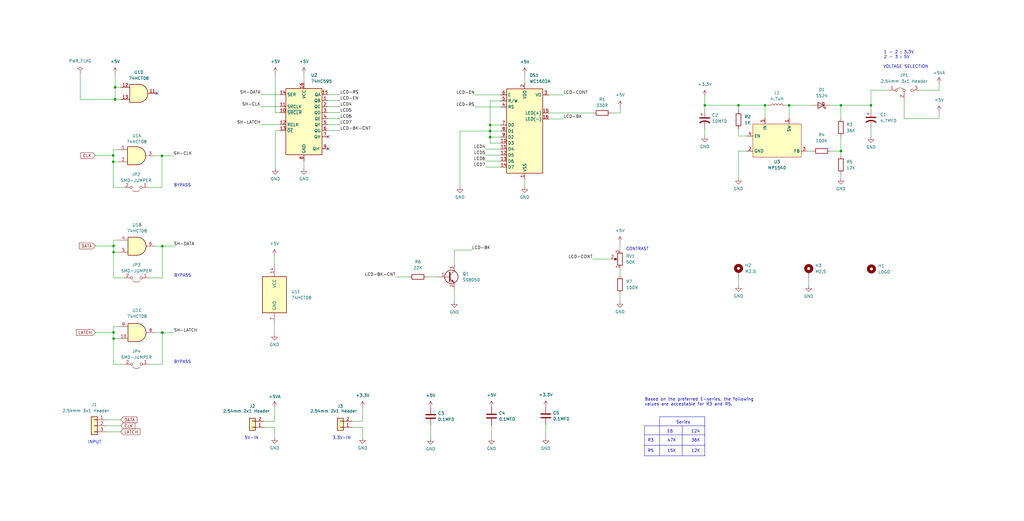
<source format=kicad_sch>
(kicad_sch (version 20211123) (generator eeschema)
  (paper "User" 431.8 219.989)
  (title_block (title "Yet Another LCD Interface (YALI)") (date "2023-03-14") (rev "1.0.0") (company "Dilshan R Jayakody") (comment 1 "jayakody2000lk.blogspot.com") (comment 2 "jayakody2000lk@gmail.com") (comment 3 "https://github.com/dilshan/yali"))
  (lib_symbols
    (symbol "74xx:74HC595"
      (property "Reference" "U" (at -7.62 13.97 0))
      (property "Value" "74HC595" (at -7.62 -16.51 0))
      (symbol "74HC595_1_0"
        (pin tri_state line (at 10.16 7.62 180) (length 2.54) (name "QB") (number "1"))
        (pin input line (at -10.16 2.54 0) (length 2.54) (name "~{SRCLR}") (number "10"))
        (pin input line (at -10.16 5.08 0) (length 2.54) (name "SRCLK") (number "11"))
        (pin input line (at -10.16 -2.54 0) (length 2.54) (name "RCLK") (number "12"))
        (pin input line (at -10.16 -5.08 0) (length 2.54) (name "~{OE}") (number "13"))
        (pin input line (at -10.16 10.16 0) (length 2.54) (name "SER") (number "14"))
        (pin tri_state line (at 10.16 10.16 180) (length 2.54) (name "QA") (number "15"))
        (pin power_in line (at 0 15.24 270) (length 2.54) (name "VCC") (number "16"))
        (pin tri_state line (at 10.16 5.08 180) (length 2.54) (name "QC") (number "2"))
        (pin tri_state line (at 10.16 2.54 180) (length 2.54) (name "QD") (number "3"))
        (pin tri_state line (at 10.16 0 180) (length 2.54) (name "QE") (number "4"))
        (pin tri_state line (at 10.16 -2.54 180) (length 2.54) (name "QF") (number "5"))
        (pin tri_state line (at 10.16 -5.08 180) (length 2.54) (name "QG") (number "6"))
        (pin tri_state line (at 10.16 -7.62 180) (length 2.54) (name "QH") (number "7"))
        (pin power_in line (at 0 -17.78 90) (length 2.54) (name "GND") (number "8"))
        (pin output line (at 10.16 -12.7 180) (length 2.54) (name "QH'") (number "9"))
      )
      (symbol "74HC595_1_1"
        (rectangle (start -7.62 12.7) (end 7.62 -15.24) (stroke (width 0.254)) (fill (type background)))
      )
    )
    (symbol "74xx:74LS08" (pin_names (offset 1.016))
      (property "Reference" "U" (at 0 1.27 0))
      (property "Value" "74LS08" (at 0 -1.27 0))
      (symbol "74LS08_1_1"
        (arc (start 0 -3.81) (mid 3.81 0) (end 0 3.81) (stroke (width 0.254)) (fill (type background)))
        (polyline (pts (xy 0 3.81) (xy -3.81 3.81) (xy -3.81 -3.81) (xy 0 -3.81)) (stroke (width 0.254)) (fill (type background)))
        (pin input line (at -7.62 2.54 0) (length 3.81) (name "~") (number "1"))
        (pin input line (at -7.62 -2.54 0) (length 3.81) (name "~") (number "2"))
        (pin output line (at 7.62 0 180) (length 3.81) (name "~") (number "3"))
      )
      (symbol "74LS08_1_2"
        (arc (start -3.81 -3.81) (mid -2.589 0) (end -3.81 3.81) (stroke (width 0.254)))
        (arc (start -0.6096 -3.81) (mid 2.1855 -2.584) (end 3.81 0) (stroke (width 0.254)) (fill (type background)))
        (polyline (pts (xy -3.81 -3.81) (xy -0.635 -3.81)) (stroke (width 0.254)) (fill (type background)))
        (polyline (pts (xy -3.81 3.81) (xy -0.635 3.81)) (stroke (width 0.254)) (fill (type background)))
        (polyline (pts (xy -0.635 3.81) (xy -3.81 3.81) (xy -3.81 3.81) (xy -3.556 3.4036) (xy -3.0226 2.2606) (xy -2.6924 1.0414) (xy -2.6162 -0.254) (xy -2.7686 -1.4986) (xy -3.175 -2.7178) (xy -3.81 -3.81) (xy -3.81 -3.81) (xy -0.635 -3.81)) (stroke (width -25.4)) (fill (type background)))
        (arc (start 3.81 0) (mid 2.1928 2.5925) (end -0.6096 3.81) (stroke (width 0.254)) (fill (type background)))
        (pin input inverted (at -7.62 2.54 0) (length 4.318) (name "~") (number "1"))
        (pin input inverted (at -7.62 -2.54 0) (length 4.318) (name "~") (number "2"))
        (pin output inverted (at 7.62 0 180) (length 3.81) (name "~") (number "3"))
      )
      (symbol "74LS08_2_1"
        (arc (start 0 -3.81) (mid 3.81 0) (end 0 3.81) (stroke (width 0.254)) (fill (type background)))
        (polyline (pts (xy 0 3.81) (xy -3.81 3.81) (xy -3.81 -3.81) (xy 0 -3.81)) (stroke (width 0.254)) (fill (type background)))
        (pin input line (at -7.62 2.54 0) (length 3.81) (name "~") (number "4"))
        (pin input line (at -7.62 -2.54 0) (length 3.81) (name "~") (number "5"))
        (pin output line (at 7.62 0 180) (length 3.81) (name "~") (number "6"))
      )
      (symbol "74LS08_2_2"
        (arc (start -3.81 -3.81) (mid -2.589 0) (end -3.81 3.81) (stroke (width 0.254)))
        (arc (start -0.6096 -3.81) (mid 2.1855 -2.584) (end 3.81 0) (stroke (width 0.254)) (fill (type background)))
        (polyline (pts (xy -3.81 -3.81) (xy -0.635 -3.81)) (stroke (width 0.254)) (fill (type background)))
        (polyline (pts (xy -3.81 3.81) (xy -0.635 3.81)) (stroke (width 0.254)) (fill (type background)))
        (polyline (pts (xy -0.635 3.81) (xy -3.81 3.81) (xy -3.81 3.81) (xy -3.556 3.4036) (xy -3.0226 2.2606) (xy -2.6924 1.0414) (xy -2.6162 -0.254) (xy -2.7686 -1.4986) (xy -3.175 -2.7178) (xy -3.81 -3.81) (xy -3.81 -3.81) (xy -0.635 -3.81)) (stroke (width -25.4)) (fill (type background)))
        (arc (start 3.81 0) (mid 2.1928 2.5925) (end -0.6096 3.81) (stroke (width 0.254)) (fill (type background)))
        (pin input inverted (at -7.62 2.54 0) (length 4.318) (name "~") (number "4"))
        (pin input inverted (at -7.62 -2.54 0) (length 4.318) (name "~") (number "5"))
        (pin output inverted (at 7.62 0 180) (length 3.81) (name "~") (number "6"))
      )
      (symbol "74LS08_3_1"
        (arc (start 0 -3.81) (mid 3.81 0) (end 0 3.81) (stroke (width 0.254)) (fill (type background)))
        (polyline (pts (xy 0 3.81) (xy -3.81 3.81) (xy -3.81 -3.81) (xy 0 -3.81)) (stroke (width 0.254)) (fill (type background)))
        (pin input line (at -7.62 -2.54 0) (length 3.81) (name "~") (number "10"))
        (pin output line (at 7.62 0 180) (length 3.81) (name "~") (number "8"))
        (pin input line (at -7.62 2.54 0) (length 3.81) (name "~") (number "9"))
      )
      (symbol "74LS08_3_2"
        (arc (start -3.81 -3.81) (mid -2.589 0) (end -3.81 3.81) (stroke (width 0.254)))
        (arc (start -0.6096 -3.81) (mid 2.1855 -2.584) (end 3.81 0) (stroke (width 0.254)) (fill (type background)))
        (polyline (pts (xy -3.81 -3.81) (xy -0.635 -3.81)) (stroke (width 0.254)) (fill (type background)))
        (polyline (pts (xy -3.81 3.81) (xy -0.635 3.81)) (stroke (width 0.254)) (fill (type background)))
        (polyline (pts (xy -0.635 3.81) (xy -3.81 3.81) (xy -3.81 3.81) (xy -3.556 3.4036) (xy -3.0226 2.2606) (xy -2.6924 1.0414) (xy -2.6162 -0.254) (xy -2.7686 -1.4986) (xy -3.175 -2.7178) (xy -3.81 -3.81) (xy -3.81 -3.81) (xy -0.635 -3.81)) (stroke (width -25.4)) (fill (type background)))
        (arc (start 3.81 0) (mid 2.1928 2.5925) (end -0.6096 3.81) (stroke (width 0.254)) (fill (type background)))
        (pin input inverted (at -7.62 -2.54 0) (length 4.318) (name "~") (number "10"))
        (pin output inverted (at 7.62 0 180) (length 3.81) (name "~") (number "8"))
        (pin input inverted (at -7.62 2.54 0) (length 4.318) (name "~") (number "9"))
      )
      (symbol "74LS08_4_1"
        (arc (start 0 -3.81) (mid 3.81 0) (end 0 3.81) (stroke (width 0.254)) (fill (type background)))
        (polyline (pts (xy 0 3.81) (xy -3.81 3.81) (xy -3.81 -3.81) (xy 0 -3.81)) (stroke (width 0.254)) (fill (type background)))
        (pin output line (at 7.62 0 180) (length 3.81) (name "~") (number "11"))
        (pin input line (at -7.62 2.54 0) (length 3.81) (name "~") (number "12"))
        (pin input line (at -7.62 -2.54 0) (length 3.81) (name "~") (number "13"))
      )
      (symbol "74LS08_4_2"
        (arc (start -3.81 -3.81) (mid -2.589 0) (end -3.81 3.81) (stroke (width 0.254)))
        (arc (start -0.6096 -3.81) (mid 2.1855 -2.584) (end 3.81 0) (stroke (width 0.254)) (fill (type background)))
        (polyline (pts (xy -3.81 -3.81) (xy -0.635 -3.81)) (stroke (width 0.254)) (fill (type background)))
        (polyline (pts (xy -3.81 3.81) (xy -0.635 3.81)) (stroke (width 0.254)) (fill (type background)))
        (polyline (pts (xy -0.635 3.81) (xy -3.81 3.81) (xy -3.81 3.81) (xy -3.556 3.4036) (xy -3.0226 2.2606) (xy -2.6924 1.0414) (xy -2.6162 -0.254) (xy -2.7686 -1.4986) (xy -3.175 -2.7178) (xy -3.81 -3.81) (xy -3.81 -3.81) (xy -0.635 -3.81)) (stroke (width -25.4)) (fill (type background)))
        (arc (start 3.81 0) (mid 2.1928 2.5925) (end -0.6096 3.81) (stroke (width 0.254)) (fill (type background)))
        (pin output inverted (at 7.62 0 180) (length 3.81) (name "~") (number "11"))
        (pin input inverted (at -7.62 2.54 0) (length 4.318) (name "~") (number "12"))
        (pin input inverted (at -7.62 -2.54 0) (length 4.318) (name "~") (number "13"))
      )
      (symbol "74LS08_5_0"
        (pin power_in line (at 0 12.7 270) (length 5.08) (name "VCC") (number "14"))
        (pin power_in line (at 0 -12.7 90) (length 5.08) (name "GND") (number "7"))
      )
      (symbol "74LS08_5_1"
        (rectangle (start -5.08 7.62) (end 5.08 -7.62) (stroke (width 0.254)) (fill (type background)))
      )
    )
    (symbol "Connector_Generic:Conn_01x02" (pin_names (offset 1.016) hide)
      (property "Reference" "J" (at 0 2.54 0))
      (property "Value" "Conn_01x02" (at 0 -5.08 0))
      (symbol "Conn_01x02_1_1"
        (rectangle (start -1.27 -2.413) (end 0 -2.667) (stroke (width 0.1524)))
        (rectangle (start -1.27 0.127) (end 0 -0.127) (stroke (width 0.1524)))
        (rectangle (start -1.27 1.27) (end 1.27 -3.81) (stroke (width 0.254)) (fill (type background)))
        (pin passive line (at -5.08 0 0) (length 3.81) (name "Pin_1") (number "1"))
        (pin passive line (at -5.08 -2.54 0) (length 3.81) (name "Pin_2") (number "2"))
      )
    )
    (symbol "Connector_Generic:Conn_01x03" (pin_names (offset 1.016) hide)
      (property "Reference" "J" (at 0 5.08 0))
      (property "Value" "Conn_01x03" (at 0 -5.08 0))
      (symbol "Conn_01x03_1_1"
        (rectangle (start -1.27 -2.413) (end 0 -2.667) (stroke (width 0.1524)))
        (rectangle (start -1.27 0.127) (end 0 -0.127) (stroke (width 0.1524)))
        (rectangle (start -1.27 2.667) (end 0 2.413) (stroke (width 0.1524)))
        (rectangle (start -1.27 3.81) (end 1.27 -3.81) (stroke (width 0.254)) (fill (type background)))
        (pin passive line (at -5.08 2.54 0) (length 3.81) (name "Pin_1") (number "1"))
        (pin passive line (at -5.08 0 0) (length 3.81) (name "Pin_2") (number "2"))
        (pin passive line (at -5.08 -2.54 0) (length 3.81) (name "Pin_3") (number "3"))
      )
    )
    (symbol "Device:C" (pin_numbers hide) (pin_names (offset 0.254))
      (property "Reference" "C" (at 0.635 2.54 0))
      (property "Value" "C" (at 0.635 -2.54 0))
      (symbol "C_0_1"
        (polyline (pts (xy -2.032 -0.762) (xy 2.032 -0.762)) (stroke (width 0.508)))
        (polyline (pts (xy -2.032 0.762) (xy 2.032 0.762)) (stroke (width 0.508)))
      )
      (symbol "C_1_1"
        (pin passive line (at 0 3.81 270) (length 2.794) (name "~") (number "1"))
        (pin passive line (at 0 -3.81 90) (length 2.794) (name "~") (number "2"))
      )
    )
    (symbol "Device:C_Polarized_US" (pin_numbers hide) (pin_names (offset 0.254) hide)
      (property "Reference" "C" (at 0.635 2.54 0))
      (property "Value" "C_Polarized_US" (at 0.635 -2.54 0))
      (symbol "C_Polarized_US_0_1"
        (polyline (pts (xy -2.032 0.762) (xy 2.032 0.762)) (stroke (width 0.508)))
        (polyline (pts (xy -1.778 2.286) (xy -0.762 2.286)))
        (polyline (pts (xy -1.27 1.778) (xy -1.27 2.794)))
        (arc (start 2.032 -1.27) (mid 0 -0.5572) (end -2.032 -1.27) (stroke (width 0.508)))
      )
      (symbol "C_Polarized_US_1_1"
        (pin passive line (at 0 3.81 270) (length 2.794) (name "~") (number "1"))
        (pin passive line (at 0 -3.81 90) (length 3.302) (name "~") (number "2"))
      )
    )
    (symbol "Device:D_Schottky" (pin_numbers hide) (pin_names (offset 1.016) hide)
      (property "Reference" "D" (at 0 2.54 0))
      (property "Value" "D_Schottky" (at 0 -2.54 0))
      (symbol "D_Schottky_0_1"
        (polyline (pts (xy 1.27 0) (xy -1.27 0)))
        (polyline (pts (xy 1.27 1.27) (xy 1.27 -1.27) (xy -1.27 0) (xy 1.27 1.27)) (stroke (width 0.254)))
        (polyline (pts (xy -1.905 0.635) (xy -1.905 1.27) (xy -1.27 1.27) (xy -1.27 -1.27) (xy -0.635 -1.27) (xy -0.635 -0.635)) (stroke (width 0.254)))
      )
      (symbol "D_Schottky_1_1"
        (pin passive line (at -3.81 0 0) (length 2.54) (name "K") (number "1"))
        (pin passive line (at 3.81 0 180) (length 2.54) (name "A") (number "2"))
      )
    )
    (symbol "Device:L" (pin_numbers hide) (pin_names (offset 1.016) hide)
      (property "Reference" "L" (at -1.27 0 90))
      (property "Value" "L" (at 1.905 0 90))
      (symbol "L_0_1"
        (arc (start 0 -2.54) (mid 0.635 -1.905) (end 0 -1.27))
        (arc (start 0 -1.27) (mid 0.635 -0.635) (end 0 0))
        (arc (start 0 0) (mid 0.635 0.635) (end 0 1.27))
        (arc (start 0 1.27) (mid 0.635 1.905) (end 0 2.54))
      )
      (symbol "L_1_1"
        (pin passive line (at 0 3.81 270) (length 1.27) (name "1") (number "1"))
        (pin passive line (at 0 -3.81 90) (length 1.27) (name "2") (number "2"))
      )
    )
    (symbol "Device:Q_NPN_BEC" (pin_names (offset 0) hide)
      (property "Reference" "Q" (at 5.08 1.27 0))
      (property "Value" "Q_NPN_BEC" (at 5.08 -1.27 0))
      (symbol "Q_NPN_BEC_0_1"
        (polyline (pts (xy 0.635 0.635) (xy 2.54 2.54)))
        (polyline (pts (xy 0.635 -0.635) (xy 2.54 -2.54) (xy 2.54 -2.54)))
        (polyline (pts (xy 0.635 1.905) (xy 0.635 -1.905) (xy 0.635 -1.905)) (stroke (width 0.508)))
        (polyline (pts (xy 1.27 -1.778) (xy 1.778 -1.27) (xy 2.286 -2.286) (xy 1.27 -1.778) (xy 1.27 -1.778)) (fill (type outline)))
        (circle (center 1.27 0) (radius 2.8194) (stroke (width 0.254)))
      )
      (symbol "Q_NPN_BEC_1_1"
        (pin input line (at -5.08 0 0) (length 5.715) (name "B") (number "1"))
        (pin passive line (at 2.54 -5.08 90) (length 2.54) (name "E") (number "2"))
        (pin passive line (at 2.54 5.08 270) (length 2.54) (name "C") (number "3"))
      )
    )
    (symbol "Device:R" (pin_numbers hide) (pin_names (offset 0))
      (property "Reference" "R" (at 2.032 0 90))
      (property "Value" "R" (at 0 0 90))
      (symbol "R_0_1"
        (rectangle (start -1.016 -2.54) (end 1.016 2.54) (stroke (width 0.254)))
      )
      (symbol "R_1_1"
        (pin passive line (at 0 3.81 270) (length 1.27) (name "~") (number "1"))
        (pin passive line (at 0 -3.81 90) (length 1.27) (name "~") (number "2"))
      )
    )
    (symbol "Device:R_Potentiometer" (pin_names (offset 1.016) hide)
      (property "Reference" "RV" (at -4.445 0 90))
      (property "Value" "R_Potentiometer" (at -2.54 0 90))
      (symbol "R_Potentiometer_0_1"
        (polyline (pts (xy 2.54 0) (xy 1.524 0)))
        (polyline (pts (xy 1.143 0) (xy 2.286 0.508) (xy 2.286 -0.508) (xy 1.143 0)) (fill (type outline)))
        (rectangle (start 1.016 2.54) (end -1.016 -2.54) (stroke (width 0.254)))
      )
      (symbol "R_Potentiometer_1_1"
        (pin passive line (at 0 3.81 270) (length 1.27) (name "1") (number "1"))
        (pin passive line (at 3.81 0 180) (length 1.27) (name "2") (number "2"))
        (pin passive line (at 0 -3.81 90) (length 1.27) (name "3") (number "3"))
      )
    )
    (symbol "Display_Character:WC1602A"
      (property "Reference" "DS" (at -5.842 19.05 0))
      (property "Value" "WC1602A" (at 5.334 19.05 0))
      (symbol "WC1602A_1_1"
        (rectangle (start -7.62 17.78) (end 7.62 -17.78) (stroke (width 0.254)) (fill (type background)))
        (pin power_in line (at 0 -20.32 90) (length 2.54) (name "VSS") (number "1"))
        (pin input line (at -10.16 -5.08 0) (length 2.54) (name "D3") (number "10"))
        (pin input line (at -10.16 -7.62 0) (length 2.54) (name "D4") (number "11"))
        (pin input line (at -10.16 -10.16 0) (length 2.54) (name "D5") (number "12"))
        (pin input line (at -10.16 -12.7 0) (length 2.54) (name "D6") (number "13"))
        (pin input line (at -10.16 -15.24 0) (length 2.54) (name "D7") (number "14"))
        (pin power_in line (at 10.16 7.62 180) (length 2.54) (name "LED(+)") (number "15"))
        (pin power_in line (at 10.16 5.08 180) (length 2.54) (name "LED(-)") (number "16"))
        (pin power_in line (at 0 20.32 270) (length 2.54) (name "VDD") (number "2"))
        (pin input line (at 10.16 15.24 180) (length 2.54) (name "VO") (number "3"))
        (pin input line (at -10.16 10.16 0) (length 2.54) (name "RS") (number "4"))
        (pin input line (at -10.16 12.7 0) (length 2.54) (name "R/W") (number "5"))
        (pin input line (at -10.16 15.24 0) (length 2.54) (name "E") (number "6"))
        (pin input line (at -10.16 2.54 0) (length 2.54) (name "D0") (number "7"))
        (pin input line (at -10.16 0 0) (length 2.54) (name "D1") (number "8"))
        (pin input line (at -10.16 -2.54 0) (length 2.54) (name "D2") (number "9"))
      )
    )
    (symbol "Jumper:Jumper_2_Open" (pin_names (offset 0) hide)
      (property "Reference" "JP" (at 0 2.794 0))
      (property "Value" "Jumper_2_Open" (at 0 -2.286 0))
      (symbol "Jumper_2_Open_0_0"
        (circle (center -2.032 0) (radius 0.508))
        (circle (center 2.032 0) (radius 0.508))
      )
      (symbol "Jumper_2_Open_0_1"
        (arc (start 1.524 1.27) (mid 0 1.778) (end -1.524 1.27))
      )
      (symbol "Jumper_2_Open_1_1"
        (pin passive line (at -5.08 0 0) (length 2.54) (name "A") (number "1"))
        (pin passive line (at 5.08 0 180) (length 2.54) (name "B") (number "2"))
      )
    )
    (symbol "Jumper:Jumper_3_Bridged12" (pin_names (offset 0) hide)
      (property "Reference" "JP" (at -2.54 -2.54 0))
      (property "Value" "Jumper_3_Bridged12" (at 0 2.794 0))
      (symbol "Jumper_3_Bridged12_0_0"
        (circle (center -3.302 0) (radius 0.508))
        (circle (center 0 0) (radius 0.508))
        (circle (center 3.302 0) (radius 0.508))
      )
      (symbol "Jumper_3_Bridged12_0_1"
        (arc (start -0.254 0.508) (mid -1.651 0.9912) (end -3.048 0.508))
        (polyline (pts (xy 0 -1.27) (xy 0 -0.508)))
      )
      (symbol "Jumper_3_Bridged12_1_1"
        (pin passive line (at -6.35 0 0) (length 2.54) (name "A") (number "1"))
        (pin passive line (at 0 -3.81 90) (length 2.54) (name "C") (number "2"))
        (pin passive line (at 6.35 0 180) (length 2.54) (name "B") (number "3"))
      )
    )
    (symbol "Mechanical:MountingHole" (pin_names (offset 1.016))
      (property "Reference" "H" (at 0 5.08 0))
      (property "Value" "MountingHole" (at 0 3.175 0))
      (symbol "MountingHole_0_1"
        (circle (center 0 0) (radius 1.27) (stroke (width 1.27)))
      )
    )
    (symbol "Mechanical:MountingHole_Pad" (pin_numbers hide) (pin_names (offset 1.016) hide)
      (property "Reference" "H" (at 0 6.35 0))
      (property "Value" "MountingHole_Pad" (at 0 4.445 0))
      (symbol "MountingHole_Pad_0_1"
        (circle (center 0 1.27) (radius 1.27) (stroke (width 1.27)))
      )
      (symbol "MountingHole_Pad_1_1"
        (pin input line (at 0 -2.54 90) (length 2.54) (name "1") (number "1"))
      )
    )
    (symbol "lcd-cnt:MP1540"
      (property "Reference" "U" (at 0 -10.16 0))
      (property "Value" "MP1540" (at 0 -12.7 0))
      (symbol "MP1540_0_1"
        (rectangle (start -10.16 6.35) (end 10.16 -7.62) (fill (type background)))
      )
      (symbol "MP1540_1_1"
        (pin output line (at 5.08 8.89 270) (length 2.54) (name "SW") (number "1"))
        (pin input line (at -12.7 -5.08 0) (length 2.54) (name "GND") (number "2"))
        (pin input line (at 12.7 -5.08 180) (length 2.54) (name "FB") (number "3"))
        (pin input line (at -12.7 1.27 0) (length 2.54) (name "EN") (number "4"))
        (pin input line (at -5.08 8.89 270) (length 2.54) (name "IN") (number "5"))
      )
    )
    (symbol "power:+3.3V" (power) (pin_names (offset 0))
      (property "Value" "+3.3V" (at 0 3.556 0))
      (symbol "+3.3V_0_1"
        (polyline (pts (xy -0.762 1.27) (xy 0 2.54)))
        (polyline (pts (xy 0 0) (xy 0 2.54)))
        (polyline (pts (xy 0 2.54) (xy 0.762 1.27)))
      )
      (symbol "+3.3V_1_1"
        (pin power_in line (at 0 0 90) (length 0) hide (name "+3.3V") (number "1"))
      )
    )
    (symbol "power:+5V" (power) (pin_names (offset 0))
      (property "Value" "+5V" (at 0 3.556 0))
      (symbol "+5V_0_1"
        (polyline (pts (xy -0.762 1.27) (xy 0 2.54)))
        (polyline (pts (xy 0 0) (xy 0 2.54)))
        (polyline (pts (xy 0 2.54) (xy 0.762 1.27)))
      )
      (symbol "+5V_1_1"
        (pin power_in line (at 0 0 90) (length 0) hide (name "+5V") (number "1"))
      )
    )
    (symbol "power:+5VA" (power) (pin_names (offset 0))
      (property "Value" "+5VA" (at 0 3.556 0))
      (symbol "+5VA_0_1"
        (polyline (pts (xy -0.762 1.27) (xy 0 2.54)))
        (polyline (pts (xy 0 0) (xy 0 2.54)))
        (polyline (pts (xy 0 2.54) (xy 0.762 1.27)))
      )
      (symbol "+5VA_1_1"
        (pin power_in line (at 0 0 90) (length 0) hide (name "+5VA") (number "1"))
      )
    )
    (symbol "power:GND" (power) (pin_names (offset 0))
      (property "Value" "GND" (at 0 -3.81 0))
      (symbol "GND_0_1"
        (polyline (pts (xy 0 0) (xy 0 -1.27) (xy 1.27 -1.27) (xy 0 -2.54) (xy -1.27 -1.27) (xy 0 -1.27)))
      )
      (symbol "GND_1_1"
        (pin power_in line (at 0 0 270) (length 0) hide (name "GND") (number "1"))
      )
    )
    (symbol "power:PWR_FLAG" (power) (pin_numbers hide) (pin_names (offset 0) hide)
      (property "Value" "PWR_FLAG" (at 0 3.81 0))
      (symbol "PWR_FLAG_0_0"
        (pin power_out line (at 0 0 90) (length 0) (name "pwr") (number "1"))
      )
      (symbol "PWR_FLAG_0_1"
        (polyline (pts (xy 0 0) (xy 0 1.27) (xy -1.016 1.905) (xy 0 2.54) (xy 1.016 1.905) (xy 0 1.27)))
      )
    )
  )
  (junction (at 354.584 44.45))
  (junction (at 47.879 106.4514))
  (junction (at 332.74 44.45))
  (junction (at 206.6544 57.8358))
  (junction (at 68.3006 65.7606))
  (junction (at 68.453 140.4112))
  (junction (at 68.453 103.9114))
  (junction (at 47.7266 68.3006))
  (junction (at 297.18 44.45))
  (junction (at 47.879 103.8098))
  (junction (at 47.879 140.2842))
  (junction (at 322.58 44.45))
  (junction (at 47.7266 65.6336))
  (junction (at 68.453 140.3858))
  (junction (at 367.284 44.45))
  (junction (at 354.584 63.754))
  (junction (at 206.6544 55.2958))
  (junction (at 48.5394 41.9608))
  (junction (at 206.6544 52.7558))
  (junction (at 48.5394 41.9354))
  (junction (at 47.879 142.9258))
  (junction (at 48.5394 36.8554))
  (junction (at 311.404 44.45))
  (no_connect (at 138.3284 62.7888))
  (no_connect (at 138.3284 57.7088))
  (no_connect (at 66.167 39.3954))
  (wire (pts (xy 62.611 117.2718) (xy 68.453 117.2718)))
  (wire (pts (xy 311.404 117.094) (xy 311.404 120.4976)))
  (wire (pts (xy 221.2594 31.1658) (xy 221.2594 34.9758)))
  (wire (pts (xy 138.3284 50.0888) (xy 143.4084 50.0888)))
  (wire (pts (xy 367.284 54.102) (xy 367.284 57.658)))
  (wire (pts (xy 138.3284 39.9288) (xy 143.4084 39.9288)))
  (wire (pts (xy 354.584 44.45) (xy 354.584 50.038)))
  (wire (pts (xy 322.58 49.784) (xy 322.58 44.45)))
  (wire (pts (xy 354.584 44.45) (xy 367.284 44.45)))
  (polyline (pts (xy 278.13 179.705) (xy 278.13 175.895)) (stroke (width 0) (type solid)))
  (wire (pts (xy 204.7494 65.4558) (xy 211.0994 65.4558)))
  (wire (pts (xy 44.831 177.165) (xy 50.927 177.165)))
  (wire (pts (xy 350.266 63.754) (xy 354.584 63.754)))
  (polyline (pts (xy 287.655 179.705) (xy 287.655 192.405)) (stroke (width 0) (type solid)))
  (wire (pts (xy 138.3284 45.0088) (xy 143.4084 45.0088)))
  (wire (pts (xy 47.7266 65.6336) (xy 47.7266 68.3006)))
  (wire (pts (xy 332.74 44.45) (xy 331.47 44.45)))
  (wire (pts (xy 128.1684 31.0388) (xy 128.1684 34.8488)))
  (wire (pts (xy 261.4422 102.3874) (xy 261.4422 105.5624)))
  (wire (pts (xy 297.18 44.45) (xy 297.18 46.736)))
  (wire (pts (xy 200.1774 45.1358) (xy 211.0994 45.1358)))
  (wire (pts (xy 33.8074 41.9608) (xy 33.8074 30.9118)))
  (wire (pts (xy 50.165 142.9258) (xy 47.879 142.9258)))
  (wire (pts (xy 48.5394 36.8554) (xy 48.5394 41.9354)))
  (wire (pts (xy 350.012 44.45) (xy 354.584 44.45)))
  (wire (pts (xy 231.4194 47.6758) (xy 250.0884 47.6758)))
  (wire (pts (xy 152.908 177.8) (xy 152.908 171.958)))
  (wire (pts (xy 206.6544 42.5958) (xy 206.6544 52.7558)))
  (wire (pts (xy 47.7266 79.0956) (xy 52.2986 79.0956)))
  (wire (pts (xy 314.96 57.404) (xy 311.404 57.404)))
  (wire (pts (xy 206.6544 57.8358) (xy 206.6544 60.3758)))
  (polyline (pts (xy 278.13 175.895) (xy 297.18 175.895)) (stroke (width 0) (type solid)))
  (wire (pts (xy 354.584 63.754) (xy 354.584 57.658)))
  (wire (pts (xy 48.5394 36.8554) (xy 50.927 36.8554)))
  (wire (pts (xy 138.3284 55.1688) (xy 143.4084 55.1688)))
  (wire (pts (xy 40.259 140.2842) (xy 47.879 140.2842)))
  (wire (pts (xy 68.453 140.4112) (xy 68.453 153.7462)))
  (wire (pts (xy 204.7494 67.9958) (xy 211.0994 67.9958)))
  (wire (pts (xy 47.7266 63.2206) (xy 47.7266 65.6336)))
  (wire (pts (xy 341.0204 117.1702) (xy 341.0204 120.5738)))
  (wire (pts (xy 322.58 44.45) (xy 323.85 44.45)))
  (wire (pts (xy 180.0352 116.8654) (xy 183.9722 116.8654)))
  (wire (pts (xy 387.604 38.1) (xy 395.986 38.1)))
  (polyline (pts (xy 297.18 192.405) (xy 271.78 192.405)) (stroke (width 0) (type solid)))
  (wire (pts (xy 116.1034 47.5488) (xy 118.0084 47.5488)))
  (wire (pts (xy 115.7224 137.1092) (xy 115.7224 141.0208)))
  (wire (pts (xy 211.0994 52.7558) (xy 206.6544 52.7558)))
  (wire (pts (xy 367.284 38.1) (xy 374.904 38.1)))
  (wire (pts (xy 138.3284 42.4688) (xy 143.4084 42.4688)))
  (wire (pts (xy 109.8804 45.0088) (xy 118.0084 45.0088)))
  (wire (pts (xy 47.879 140.2842) (xy 47.879 142.9258)))
  (wire (pts (xy 297.18 40.64) (xy 297.18 44.45)))
  (wire (pts (xy 332.74 44.45) (xy 342.392 44.45)))
  (wire (pts (xy 48.5394 41.9354) (xy 48.5394 41.9608)))
  (wire (pts (xy 340.36 63.754) (xy 342.646 63.754)))
  (wire (pts (xy 138.3284 47.5488) (xy 143.4084 47.5488)))
  (wire (pts (xy 138.3284 52.6288) (xy 143.4084 52.6288)))
  (wire (pts (xy 47.879 106.4514) (xy 47.879 117.2718)))
  (wire (pts (xy 332.74 49.784) (xy 332.74 44.45)))
  (wire (pts (xy 191.5922 105.5624) (xy 191.5922 111.7854)))
  (wire (pts (xy 367.284 44.45) (xy 367.284 46.482)))
  (wire (pts (xy 68.453 103.9114) (xy 68.453 117.2718)))
  (wire (pts (xy 261.4422 123.9774) (xy 261.4422 127.1524)))
  (wire (pts (xy 311.404 63.754) (xy 311.404 75.184)))
  (wire (pts (xy 148.59 180.34) (xy 152.908 180.34)))
  (wire (pts (xy 193.9544 78.7908) (xy 193.9544 55.2958)))
  (polyline (pts (xy 271.78 183.515) (xy 297.18 183.515)) (stroke (width 0) (type solid)))
  (wire (pts (xy 354.584 63.754) (xy 354.584 65.786)))
  (wire (pts (xy 311.404 44.45) (xy 311.404 46.736)))
  (wire (pts (xy 381.254 50.038) (xy 395.986 50.038)))
  (polyline (pts (xy 271.78 192.405) (xy 271.78 179.705)) (stroke (width 0) (type solid)))
  (wire (pts (xy 311.404 57.404) (xy 311.404 54.356)))
  (wire (pts (xy 193.9544 55.2958) (xy 206.6544 55.2958)))
  (wire (pts (xy 115.824 180.34) (xy 115.824 184.658)))
  (wire (pts (xy 191.5922 121.9454) (xy 191.5922 127.2794)))
  (wire (pts (xy 311.404 44.45) (xy 297.18 44.45)))
  (polyline (pts (xy 271.78 187.96) (xy 297.18 187.96)) (stroke (width 0) (type solid)))
  (polyline (pts (xy 297.18 179.705) (xy 297.18 192.405)) (stroke (width 0) (type solid)))
  (wire (pts (xy 181.61 179.578) (xy 181.61 185.039)))
  (wire (pts (xy 311.404 63.754) (xy 314.96 63.754)))
  (wire (pts (xy 62.4586 79.0956) (xy 68.3006 79.0956)))
  (wire (pts (xy 68.453 103.9114) (xy 73.279 103.9114)))
  (wire (pts (xy 206.6544 60.3758) (xy 211.0994 60.3758)))
  (wire (pts (xy 47.879 103.8098) (xy 47.879 106.4514)))
  (wire (pts (xy 65.2526 65.7606) (xy 68.3006 65.7606)))
  (wire (pts (xy 68.453 140.4112) (xy 73.279 140.4112)))
  (wire (pts (xy 166.8272 116.8654) (xy 172.4152 116.8654)))
  (wire (pts (xy 47.7266 68.3006) (xy 50.0126 68.3006)))
  (wire (pts (xy 50.165 137.8458) (xy 47.879 137.8458)))
  (wire (pts (xy 231.4194 50.2158) (xy 237.6424 50.2158)))
  (wire (pts (xy 381.254 41.91) (xy 381.254 50.038)))
  (wire (pts (xy 148.59 177.8) (xy 152.908 177.8)))
  (wire (pts (xy 48.5394 41.9608) (xy 33.8074 41.9608)))
  (wire (pts (xy 261.4422 113.1824) (xy 261.4422 116.3574)))
  (wire (pts (xy 111.506 180.34) (xy 115.824 180.34)))
  (wire (pts (xy 50.0126 63.2206) (xy 47.7266 63.2206)))
  (wire (pts (xy 68.3006 65.7606) (xy 73.1266 65.7606)))
  (wire (pts (xy 48.5394 41.9354) (xy 50.927 41.9354)))
  (wire (pts (xy 68.453 140.3858) (xy 68.453 140.4112)))
  (wire (pts (xy 40.1066 65.6336) (xy 47.7266 65.6336)))
  (wire (pts (xy 115.7224 107.8738) (xy 115.7224 111.7092)))
  (wire (pts (xy 204.7494 62.9158) (xy 211.0994 62.9158)))
  (wire (pts (xy 395.986 38.1) (xy 395.986 35.306)))
  (wire (pts (xy 116.1034 55.1688) (xy 116.1034 71.0438)))
  (wire (pts (xy 204.7494 70.5358) (xy 211.0994 70.5358)))
  (polyline (pts (xy 278.13 179.705) (xy 278.13 192.405)) (stroke (width 0) (type solid)))
  (wire (pts (xy 221.2594 75.6158) (xy 221.2594 78.7908)))
  (wire (pts (xy 109.8804 52.6288) (xy 118.0084 52.6288)))
  (wire (pts (xy 257.7084 47.6758) (xy 261.5184 47.6758)))
  (wire (pts (xy 48.5394 31.0388) (xy 48.5394 36.8554)))
  (wire (pts (xy 116.1034 31.0388) (xy 116.1034 47.5488)))
  (wire (pts (xy 207.264 179.451) (xy 207.264 184.912)))
  (wire (pts (xy 367.284 44.45) (xy 367.284 38.1)))
  (wire (pts (xy 230.124 179.324) (xy 230.124 184.785)))
  (wire (pts (xy 47.879 101.3714) (xy 47.879 103.8098)))
  (wire (pts (xy 354.584 73.406) (xy 354.584 75.184)))
  (wire (pts (xy 231.4194 40.0558) (xy 237.6424 40.0558)))
  (wire (pts (xy 206.6544 57.8358) (xy 211.0994 57.8358)))
  (wire (pts (xy 322.58 44.45) (xy 311.404 44.45)))
  (wire (pts (xy 206.6544 55.2958) (xy 206.6544 57.8358)))
  (wire (pts (xy 40.259 103.8098) (xy 47.879 103.8098)))
  (wire (pts (xy 65.405 140.3858) (xy 68.453 140.3858)))
  (wire (pts (xy 206.6544 52.7558) (xy 206.6544 55.2958)))
  (wire (pts (xy 200.1774 40.0558) (xy 211.0994 40.0558)))
  (wire (pts (xy 118.0084 55.1688) (xy 116.1034 55.1688)))
  (wire (pts (xy 211.0994 55.2958) (xy 206.6544 55.2958)))
  (wire (pts (xy 47.879 137.8458) (xy 47.879 140.2842)))
  (wire (pts (xy 152.908 180.34) (xy 152.908 184.658)))
  (wire (pts (xy 62.611 153.7462) (xy 68.453 153.7462)))
  (wire (pts (xy 128.1684 67.8688) (xy 128.1684 71.0438)))
  (wire (pts (xy 47.879 117.2718) (xy 52.451 117.2718)))
  (wire (pts (xy 109.8804 39.9288) (xy 118.0084 39.9288)))
  (polyline (pts (xy 296.545 179.705) (xy 297.18 179.705)))
  (wire (pts (xy 47.7266 68.3006) (xy 47.7266 79.0956)))
  (wire (pts (xy 47.879 142.9258) (xy 47.879 153.7462)))
  (wire (pts (xy 50.165 101.3714) (xy 47.879 101.3714)))
  (polyline (pts (xy 271.78 179.705) (xy 296.545 179.705)) (stroke (width 0) (type solid)))
  (wire (pts (xy 261.5184 47.6758) (xy 261.5184 45.1358)))
  (wire (pts (xy 44.831 179.705) (xy 50.927 179.705)))
  (wire (pts (xy 47.879 106.4514) (xy 50.165 106.4514)))
  (wire (pts (xy 211.0994 42.5958) (xy 206.6544 42.5958)))
  (wire (pts (xy 249.8852 109.3724) (xy 257.6322 109.3724)))
  (polyline (pts (xy 297.18 175.895) (xy 297.18 179.705)) (stroke (width 0) (type solid)))
  (wire (pts (xy 115.824 177.8) (xy 115.824 171.958)))
  (wire (pts (xy 297.18 54.356) (xy 297.18 57.404)))
  (wire (pts (xy 65.405 103.9114) (xy 68.453 103.9114)))
  (wire (pts (xy 395.986 50.038) (xy 395.986 47.244)))
  (wire (pts (xy 68.3006 79.0956) (xy 68.3006 65.7606)))
  (wire (pts (xy 111.506 177.8) (xy 115.824 177.8)))
  (wire (pts (xy 47.879 153.7462) (xy 52.451 153.7462)))
  (wire (pts (xy 198.9582 105.5624) (xy 191.5922 105.5624)))
  (wire (pts (xy 44.831 182.245) (xy 50.927 182.245)))
  (text "BYPASS" (at 73.2028 79.0702 0) (effects (font (size 1.27 1.27)) (justify left bottom)))
  (text "CONTRAST" (at 263.9822 105.9434 0) (effects (font (size 1.27 1.27)) (justify left bottom)))
  (text "INPUT" (at 37.084 187.452 0) (effects (font (size 1.27 1.27)) (justify left bottom)))
  (text "E6" (at 281.305 182.88 0) (effects (font (size 1.27 1.27)) (justify left bottom)))
  (text "BYPASS" (at 73.3044 153.6192 0) (effects (font (size 1.27 1.27)) (justify left bottom)))
  (text "15K" (at 281.305 191.135 0) (effects (font (size 1.27 1.27)) (justify left bottom)))
  (text "47K" (at 281.305 186.69 0) (effects (font (size 1.27 1.27)) (justify left bottom)))
  (text "1 - 2 : 3.3V\n2 - 3 : 5V" (at 372.618 24.892 0) (effects (font (size 1.27 1.27)) (justify left bottom)))
  (text "Based on the preferred E-series, the following \nvalues are acceptable for R3 and R5." (at 271.78 171.45 0) (effects (font (size 1.27 1.27)) (justify left bottom)))
  (text "R3" (at 273.05 186.69 0) (effects (font (size 1.27 1.27)) (justify left bottom)))
  (text "12K" (at 291.465 191.135 0) (effects (font (size 1.27 1.27)) (justify left bottom)))
  (text "3.3V-IN" (at 140.1572 185.674 0) (effects (font (size 1.27 1.27)) (justify left bottom)))
  (text "E24" (at 291.465 182.88 0) (effects (font (size 1.27 1.27)) (justify left bottom)))
  (text "VOLTAGE SELECTION" (at 372.364 28.956 0) (effects (font (size 1.27 1.27)) (justify left bottom)))
  (text "5V-IN" (at 103.0732 185.674 0) (effects (font (size 1.27 1.27)) (justify left bottom)))
  (text "BYPASS" (at 73.3552 117.1448 0) (effects (font (size 1.27 1.27)) (justify left bottom)))
  (text "36K" (at 291.465 186.69 0) (effects (font (size 1.27 1.27)) (justify left bottom)))
  (text "Series" (at 285.115 179.07 0) (effects (font (size 1.27 1.27)) (justify left bottom)))
  (text "R5" (at 273.05 191.135 0) (effects (font (size 1.27 1.27)) (justify left bottom)))
  (label "LCD-EN" (at 200.1774 40.0558 180))
  (label "SH-LATCH" (at 73.279 140.4112 0))
  (label "LCD-CONT" (at 237.6424 40.0558 0))
  (label "SH-CLK" (at 109.8804 45.0088 180))
  (label "LCD4" (at 143.4084 45.0088 0))
  (label "SH-DATA" (at 109.8804 39.9288 180))
  (label "LCD5" (at 204.7494 65.4558 180))
  (label "LCD-RS" (at 200.1774 45.1358 180))
  (label "LCD-BK" (at 237.6424 50.2158 0))
  (label "LCD7" (at 143.4084 52.6288 0))
  (label "LCD-RS" (at 143.4084 39.9288 0))
  (label "LCD-BK-CNT" (at 143.4084 55.1688 0))
  (label "LCD-CONT" (at 249.8852 109.3724 180))
  (label "SH-LATCH" (at 109.8804 52.6288 180))
  (label "LCD5" (at 143.4084 47.5488 0))
  (label "SH-CLK" (at 73.1266 65.7606 0))
  (label "SH-DATA" (at 73.279 103.9114 0))
  (label "LCD-EN" (at 143.4084 42.4688 0))
  (label "LCD7" (at 204.7494 70.5358 180))
  (label "LCD4" (at 204.7494 62.9158 180))
  (label "LCD-BK-CNT" (at 166.8272 116.8654 180))
  (label "LCD6" (at 143.4084 50.0888 0))
  (label "LCD-BK" (at 198.9582 105.5624 0))
  (label "LCD6" (at 204.7494 67.9958 180))
  (global_label "LATCH" (shape input) (at 50.927 182.245 0) (property "Intersheet References" "${INTERSHEET_REFS}" (effects hide)))
  (global_label "DATA" (shape input) (at 50.927 177.165 0) (property "Intersheet References" "${INTERSHEET_REFS}" (effects hide)))
  (global_label "DATA" (shape input) (at 40.259 103.8098 180) (property "Intersheet References" "${INTERSHEET_REFS}" (effects hide)))
  (global_label "LATCH" (shape input) (at 40.259 140.2842 180) (property "Intersheet References" "${INTERSHEET_REFS}" (effects hide)))
  (global_label "CLK" (shape input) (at 50.927 179.705 0) (property "Intersheet References" "${INTERSHEET_REFS}" (effects hide)))
  (global_label "CLK" (shape input) (at 40.1066 65.6336 180) (property "Intersheet References" "${INTERSHEET_REFS}" (effects hide)))
  (symbol (lib_id "Jumper:Jumper_2_Open") (at 57.3786 79.0956 180) (unit 1)
    (property "Reference" "JP2" (at 57.3786 73.6346 0))
    (property "Value" "SMD-JUMPER" (at 57.3786 76.1746 0))
    (property "Footprint" "Jumper:SolderJumper-2_P1.3mm_Open_TrianglePad1.0x1.5mm" (effects hide))
  )
  (symbol (lib_id "Device:R") (at 346.456 63.754 90) (unit 1)
    (property "Reference" "R4" (at 346.456 56.896 90))
    (property "Value" "100K" (at 346.456 59.436 90))
    (property "Footprint" "Resistor_SMD:R_0603_1608Metric_Pad0.98x0.95mm_HandSolder" (effects hide))
  )
  (symbol (lib_id "power:GND") (at 116.1034 71.0438 0) (unit 1)
    (property "Reference" "#PWR011" (effects hide))
    (property "Value" "GND" (at 116.1034 75.4888 0))
  )
  (symbol (lib_id "power:+5V") (at 207.264 171.831 0) (unit 1)
    (property "Reference" "#PWR025" (effects hide))
    (property "Value" "+5V" (at 207.264 166.751 0))
  )
  (symbol (lib_id "lcd-cnt:MP1540") (at 327.66 58.674 0) (unit 1)
    (property "Reference" "U3" (at 327.66 68.326 0))
    (property "Value" "MP1540" (at 327.66 70.866 0))
    (property "Footprint" "Package_TO_SOT_SMD:TSOT-23-5" (effects hide))
    (property "Datasheet" "http://www1.futureelectronics.com/doc/MONOLITHIC%20POWER%20SYSTEMS/MP1540DJ-LF-Z.pdf" (effects hide))
  )
  (symbol (lib_id "Device:R") (at 311.404 50.546 0) (unit 1)
    (property "Reference" "R2" (at 313.944 49.2759 0) (effects (justify left)))
    (property "Value" "1K" (at 313.944 51.8159 0) (effects (justify left)))
    (property "Footprint" "Resistor_SMD:R_0603_1608Metric_Pad0.98x0.95mm_HandSolder" (effects hide))
  )
  (symbol (lib_id "Device:D_Schottky") (at 346.202 44.45 180) (unit 1)
    (property "Reference" "D1" (at 346.5195 37.846 0))
    (property "Value" "SS24" (at 346.5195 40.386 0))
    (property "Footprint" "Diode_SMD:D_SMB" (effects hide))
  )
  (symbol (lib_id "Device:C") (at 230.124 175.514 0) (unit 1)
    (property "Reference" "C5" (at 233.172 174.2439 0) (effects (justify left)))
    (property "Value" "0.1MFD" (at 233.172 176.7839 0) (effects (justify left)))
    (property "Footprint" "Capacitor_SMD:C_0603_1608Metric_Pad1.08x0.95mm_HandSolder" (effects hide))
  )
  (symbol (lib_id "power:GND") (at 191.5922 127.2794 0) (unit 1)
    (property "Reference" "#PWR022" (effects hide))
    (property "Value" "GND" (at 191.5922 131.7244 0))
  )
  (symbol (lib_id "Device:R") (at 253.8984 47.6758 90) (unit 1)
    (property "Reference" "R1" (at 253.8984 41.9608 90))
    (property "Value" "330R" (at 253.8984 44.5008 90))
    (property "Footprint" "Resistor_SMD:R_0603_1608Metric_Pad0.98x0.95mm_HandSolder" (effects hide))
  )
  (symbol (lib_id "power:+5V") (at 115.7224 107.8738 0) (unit 1)
    (property "Reference" "#PWR018" (effects hide))
    (property "Value" "+5V" (at 115.7224 102.7938 0))
  )
  (symbol (lib_id "power:GND") (at 193.9544 78.7908 0) (unit 1)
    (property "Reference" "#PWR015" (effects hide))
    (property "Value" "GND" (at 193.9544 83.2358 0))
  )
  (symbol (lib_id "power:+5V") (at 395.986 47.244 0) (unit 1)
    (property "Reference" "#PWR08" (effects hide))
    (property "Value" "+5V" (at 395.986 42.164 0))
  )
  (symbol (lib_id "power:GND") (at 115.824 184.658 0) (unit 1)
    (property "Reference" "#PWR029" (effects hide))
    (property "Value" "GND" (at 115.824 189.103 0))
  )
  (symbol (lib_id "power:+5VA") (at 115.824 171.958 0) (unit 1)
    (property "Reference" "#PWR026" (effects hide))
    (property "Value" "+5VA" (at 115.824 167.386 0))
  )
  (symbol (lib_id "Connector_Generic:Conn_01x02") (at 106.426 180.34 180) (unit 1)
    (property "Reference" "J2" (at 106.426 171.45 0))
    (property "Value" "2.54mm 2x1 Header" (at 103.886 173.482 0))
    (property "Footprint" "Connector_PinHeader_2.54mm:PinHeader_1x02_P2.54mm_Vertical" (effects hide))
  )
  (symbol (lib_id "power:GND") (at 261.4422 127.1524 0) (unit 1)
    (property "Reference" "#PWR021" (effects hide))
    (property "Value" "GND" (at 261.4422 131.5974 0))
  )
  (symbol (lib_id "power:+5V") (at 48.5394 31.0388 0) (unit 1)
    (property "Reference" "#PWR01" (effects hide))
    (property "Value" "+5V" (at 48.5394 25.9588 0))
  )
  (symbol (lib_id "power:+5V") (at 221.2594 31.1658 0) (unit 1)
    (property "Reference" "#PWR04" (effects hide))
    (property "Value" "+5V" (at 221.2594 26.0858 0))
  )
  (symbol (lib_id "Device:R") (at 354.584 69.596 180) (unit 1)
    (property "Reference" "R5" (at 356.87 68.3259 0) (effects (justify right)))
    (property "Value" "12K" (at 356.87 70.8659 0) (effects (justify right)))
    (property "Footprint" "Resistor_SMD:R_0603_1608Metric_Pad0.98x0.95mm_HandSolder" (effects hide))
  )
  (symbol (lib_id "power:+5V") (at 261.4422 102.3874 0) (unit 1)
    (property "Reference" "#PWR017" (effects hide))
    (property "Value" "+5V" (at 261.4422 97.3074 0))
  )
  (symbol (lib_id "power:GND") (at 341.0204 120.5738 0) (unit 1)
    (property "Reference" "#PWR020" (effects hide))
    (property "Value" "GND" (at 341.0204 125.0188 0))
  )
  (symbol (lib_id "74xx:74LS08") (at 57.6326 65.7606 0) (unit 1)
    (property "Reference" "U1" (at 57.6326 57.277 0))
    (property "Value" "74HCT08" (at 57.6326 59.817 0))
    (property "Footprint" "Package_SO:SO-14_3.9x8.65mm_P1.27mm" (effects hide))
    (property "Datasheet" "http://www.ti.com/lit/gpn/sn74LS08" (effects hide))
  )
  (symbol (lib_id "power:+3.3V") (at 297.18 40.64 0) (unit 1)
    (property "Reference" "#PWR06" (effects hide))
    (property "Value" "+3.3V" (at 297.18 35.56 0))
  )
  (symbol (lib_id "Jumper:Jumper_2_Open") (at 57.531 117.2718 180) (unit 1)
    (property "Reference" "JP3" (at 57.531 111.8108 0))
    (property "Value" "SMD-JUMPER" (at 57.531 114.3508 0))
    (property "Footprint" "Jumper:SolderJumper-2_P1.3mm_Open_TrianglePad1.0x1.5mm" (effects hide))
  )
  (symbol (lib_id "power:GND") (at 297.18 57.404 0) (unit 1)
    (property "Reference" "#PWR09" (effects hide))
    (property "Value" "GND" (at 297.18 61.849 0))
  )
  (symbol (lib_id "power:+3.3V") (at 152.908 171.958 0) (unit 1)
    (property "Reference" "#PWR027" (effects hide))
    (property "Value" "+3.3V" (at 152.908 166.878 0))
  )
  (symbol (lib_id "power:+5V") (at 261.5184 45.1358 0) (unit 1)
    (property "Reference" "#PWR07" (effects hide))
    (property "Value" "+5V" (at 261.5184 40.0558 0))
  )
  (symbol (lib_id "power:+5VA") (at 395.986 35.306 0) (unit 1)
    (property "Reference" "#PWR05" (effects hide))
    (property "Value" "+5VA" (at 395.986 30.734 0))
  )
  (symbol (lib_id "power:GND") (at 221.2594 78.7908 0) (unit 1)
    (property "Reference" "#PWR016" (effects hide))
    (property "Value" "GND" (at 221.2594 83.2358 0))
  )
  (symbol (lib_id "power:GND") (at 367.284 57.658 0) (unit 1)
    (property "Reference" "#PWR010" (effects hide))
    (property "Value" "GND" (at 367.284 62.103 0))
  )
  (symbol (lib_id "Connector_Generic:Conn_01x02") (at 143.51 180.34 180) (unit 1)
    (property "Reference" "J3" (at 143.51 171.45 0))
    (property "Value" "2.54mm 2x1 Header" (at 140.716 173.482 0))
    (property "Footprint" "Connector_PinHeader_2.54mm:PinHeader_1x02_P2.54mm_Vertical" (effects hide))
  )
  (symbol (lib_id "Device:R") (at 176.2252 116.8654 90) (unit 1)
    (property "Reference" "R6" (at 176.2252 110.5154 90))
    (property "Value" "22K" (at 176.2252 113.0554 90))
    (property "Footprint" "Resistor_SMD:R_0603_1608Metric_Pad0.98x0.95mm_HandSolder" (effects hide))
  )
  (symbol (lib_id "power:GND") (at 354.584 75.184 0) (unit 1)
    (property "Reference" "#PWR014" (effects hide))
    (property "Value" "GND" (at 354.584 79.629 0))
  )
  (symbol (lib_id "Display_Character:WC1602A") (at 221.2594 55.2958 0) (unit 1)
    (property "Reference" "DS1" (at 223.2788 31.8008 0) (effects (justify left)))
    (property "Value" "WC1602A" (at 223.2788 34.3408 0) (effects (justify left)))
    (property "Footprint" "Display:WC1602A" (effects hide))
    (property "Datasheet" "http://www.wincomlcd.com/pdf/WC1602A-SFYLYHTC06.pdf" (effects hide))
  )
  (symbol (lib_id "74xx:74HC595") (at 128.1684 50.0888 0) (unit 1)
    (property "Reference" "U2" (at 131.1148 31.6992 0) (effects (justify left)))
    (property "Value" "74HC595" (at 131.1148 34.29 0) (effects (justify left)))
    (property "Footprint" "Package_SO:SO-16_3.9x9.9mm_P1.27mm" (effects hide))
    (property "Datasheet" "http://www.ti.com/lit/ds/symlink/sn74hc595.pdf" (effects hide))
  )
  (symbol (lib_id "Device:C_Polarized_US") (at 367.284 50.292 0) (unit 1)
    (property "Reference" "C1" (at 371.094 48.3869 0) (effects (justify left)))
    (property "Value" "4.7MFD" (at 371.094 50.9269 0) (effects (justify left)))
    (property "Footprint" "Capacitor_SMD:CP_Elec_4x5.8" (effects hide))
  )
  (symbol (lib_id "Device:L") (at 327.66 44.45 90) (unit 1)
    (property "Reference" "L1" (at 327.66 39.116 90))
    (property "Value" "4.7uH" (at 327.66 41.656 90))
    (property "Footprint" "Inductor_SMD:L_Taiyo-Yuden_NR-60xx_HandSoldering" (effects hide))
  )
  (symbol (lib_id "74xx:74LS08") (at 57.785 103.9114 0) (unit 2)
    (property "Reference" "U1" (at 57.785 94.9198 0))
    (property "Value" "74HCT08" (at 57.785 97.4598 0))
    (property "Footprint" "Package_SO:SO-14_3.9x8.65mm_P1.27mm" (effects hide))
    (property "Datasheet" "http://www.ti.com/lit/gpn/sn74LS08" (effects hide))
  )
  (symbol (lib_id "power:GND") (at 207.264 184.912 0) (unit 1)
    (property "Reference" "#PWR031" (effects hide))
    (property "Value" "GND" (at 207.264 189.357 0))
  )
  (symbol (lib_id "Jumper:Jumper_2_Open") (at 57.531 153.7462 180) (unit 1)
    (property "Reference" "JP4" (at 57.531 148.2852 0))
    (property "Value" "SMD-JUMPER" (at 57.531 150.8252 0))
    (property "Footprint" "Jumper:SolderJumper-2_P1.3mm_Open_TrianglePad1.0x1.5mm" (effects hide))
  )
  (symbol (lib_id "power:GND") (at 115.7224 141.0208 0) (unit 1)
    (property "Reference" "#PWR023" (effects hide))
    (property "Value" "GND" (at 115.7224 145.4658 0))
  )
  (symbol (lib_id "Device:R") (at 261.4422 120.1674 180) (unit 1)
    (property "Reference" "R7" (at 263.9822 118.8973 0) (effects (justify right)))
    (property "Value" "100R" (at 263.9822 121.4373 0) (effects (justify right)))
    (property "Footprint" "Resistor_SMD:R_0603_1608Metric_Pad0.98x0.95mm_HandSolder" (effects hide))
  )
  (symbol (lib_id "Device:C_Polarized_US") (at 297.18 50.546 0) (unit 1)
    (property "Reference" "C2" (at 300.228 48.6409 0) (effects (justify left)))
    (property "Value" "10MFD" (at 300.228 51.1809 0) (effects (justify left)))
    (property "Footprint" "Capacitor_SMD:CP_Elec_5x5.4" (effects hide))
  )
  (symbol (lib_id "Device:C") (at 207.264 175.641 0) (unit 1)
    (property "Reference" "C4" (at 210.312 174.3709 0) (effects (justify left)))
    (property "Value" "0.1MFD" (at 210.312 176.9109 0) (effects (justify left)))
    (property "Footprint" "Capacitor_SMD:C_0603_1608Metric_Pad1.08x0.95mm_HandSolder" (effects hide))
  )
  (symbol (lib_id "Jumper:Jumper_3_Bridged12") (at 381.254 38.1 0) (unit 1)
    (property "Reference" "JP1" (at 381.254 31.75 0))
    (property "Value" "2.54mm 3x1 Header" (at 381.254 34.29 0))
    (property "Footprint" "Connector_PinHeader_2.54mm:PinHeader_1x03_P2.54mm_Vertical" (effects hide))
  )
  (symbol (lib_id "Device:Q_NPN_BEC") (at 189.0522 116.8654 0) (unit 1)
    (property "Reference" "Q1" (at 195.0212 115.5953 0) (effects (justify left)))
    (property "Value" "SS8050" (at 195.0212 118.1353 0) (effects (justify left)))
    (property "Footprint" "Package_TO_SOT_SMD:SOT-23" (effects hide))
  )
  (symbol (lib_id "power:+5V") (at 116.1034 31.0388 0) (unit 1)
    (property "Reference" "#PWR02" (effects hide))
    (property "Value" "+5V" (at 116.1034 25.9588 0))
  )
  (symbol (lib_id "power:GND") (at 311.404 75.184 0) (unit 1)
    (property "Reference" "#PWR013" (effects hide))
    (property "Value" "GND" (at 311.404 79.629 0))
  )
  (symbol (lib_id "power:GND") (at 128.1684 71.0438 0) (unit 1)
    (property "Reference" "#PWR012" (effects hide))
    (property "Value" "GND" (at 128.1684 75.4888 0))
  )
  (symbol (lib_id "Device:R_Potentiometer") (at 261.4422 109.3724 180) (unit 1)
    (property "Reference" "RV1" (at 263.9822 108.1023 0) (effects (justify right)))
    (property "Value" "50K" (at 263.9822 110.6423 0) (effects (justify right)))
    (property "Footprint" "Potentiometer_THT:Potentiometer_Runtron_RM-065_Vertical" (effects hide))
  )
  (symbol (lib_id "power:+5V") (at 128.1684 31.0388 0) (unit 1)
    (property "Reference" "#PWR03" (effects hide))
    (property "Value" "+5V" (at 128.1684 25.9588 0))
  )
  (symbol (lib_id "power:+5V") (at 181.61 171.958 0) (unit 1)
    (property "Reference" "#PWR024" (effects hide))
    (property "Value" "+5V" (at 181.61 166.878 0))
  )
  (symbol (lib_id "74xx:74LS08") (at 115.7224 124.4092 0) (unit 5)
    (property "Reference" "U1" (at 122.7836 123.1391 0) (effects (justify left)))
    (property "Value" "74HCT08" (at 122.7836 125.6791 0) (effects (justify left)))
    (property "Footprint" "Package_SO:SO-14_3.9x8.65mm_P1.27mm" (effects hide))
    (property "Datasheet" "http://www.ti.com/lit/gpn/sn74LS08" (effects hide))
  )
  (symbol (lib_id "Device:C") (at 181.61 175.768 0) (unit 1)
    (property "Reference" "C3" (at 184.658 174.4979 0) (effects (justify left)))
    (property "Value" "0.1MFD" (at 184.658 177.0379 0) (effects (justify left)))
    (property "Footprint" "Capacitor_SMD:C_0603_1608Metric_Pad1.08x0.95mm_HandSolder" (effects hide))
  )
  (symbol (lib_id "power:GND") (at 181.61 185.039 0) (unit 1)
    (property "Reference" "#PWR028" (effects hide))
    (property "Value" "GND" (at 181.61 189.484 0))
  )
  (symbol (lib_id "power:PWR_FLAG") (at 33.8074 30.9118 0) (unit 1)
    (property "Reference" "#FLG01" (effects hide))
    (property "Value" "PWR_FLAG" (at 33.8074 25.7048 0))
  )
  (symbol (lib_id "Mechanical:MountingHole_Pad") (at 311.404 114.554 0) (unit 1)
    (property "Reference" "H2" (at 314.1218 112.0139 0) (effects (justify left)))
    (property "Value" "M2.5" (at 314.1218 114.5539 0) (effects (justify left)))
    (property "Footprint" "MountingHole:MountingHole_2.5mm_Pad" (effects hide))
  )
  (symbol (lib_id "Device:R") (at 354.584 53.848 180) (unit 1)
    (property "Reference" "R3" (at 356.87 52.5779 0) (effects (justify right)))
    (property "Value" "36K" (at 356.87 55.1179 0) (effects (justify right)))
    (property "Footprint" "Resistor_SMD:R_0603_1608Metric_Pad0.98x0.95mm_HandSolder" (effects hide))
  )
  (symbol (lib_id "Connector_Generic:Conn_01x03") (at 39.751 179.705 0) (mirror y) (unit 1)
    (property "Reference" "J1" (at 39.751 170.815 0))
    (property "Value" "2.54mm 3x1 Header" (at 36.195 173.355 0))
    (property "Footprint" "Connector_PinHeader_2.54mm:PinHeader_1x03_P2.54mm_Vertical" (effects hide))
  )
  (symbol (lib_id "Mechanical:MountingHole_Pad") (at 341.0204 114.6302 0) (unit 1)
    (property "Reference" "H3" (at 343.7382 112.0901 0) (effects (justify left)))
    (property "Value" "M2.5" (at 343.7382 114.6301 0) (effects (justify left)))
    (property "Footprint" "MountingHole:MountingHole_2.5mm_Pad" (effects hide))
  )
  (symbol (lib_id "power:GND") (at 230.124 184.785 0) (unit 1)
    (property "Reference" "#PWR033" (effects hide))
    (property "Value" "GND" (at 230.124 189.23 0))
  )
  (symbol (lib_id "74xx:74LS08") (at 58.547 39.3954 0) (unit 4)
    (property "Reference" "U1" (at 58.547 30.48 0))
    (property "Value" "74HCT08" (at 58.547 33.02 0))
    (property "Footprint" "Package_SO:SO-14_3.9x8.65mm_P1.27mm" (effects hide))
    (property "Datasheet" "http://www.ti.com/lit/gpn/sn74LS08" (effects hide))
  )
  (symbol (lib_id "power:GND") (at 311.404 120.4976 0) (unit 1)
    (property "Reference" "#PWR019" (effects hide))
    (property "Value" "GND" (at 311.404 124.9426 0))
  )
  (symbol (lib_id "power:+3.3V") (at 230.124 171.704 0) (unit 1)
    (property "Reference" "#PWR032" (effects hide))
    (property "Value" "+3.3V" (at 230.124 166.624 0))
  )
  (symbol (lib_id "Mechanical:MountingHole") (at 367.4618 113.5126 0) (unit 1)
    (property "Reference" "H1" (at 370.2558 112.2425 0) (effects (justify left)))
    (property "Value" "LOGO" (at 370.2558 114.7825 0) (effects (justify left)))
    (property "Footprint" "pcbway:pcbway-logo-6mm" (effects hide))
  )
  (symbol (lib_id "power:GND") (at 152.908 184.658 0) (unit 1)
    (property "Reference" "#PWR030" (effects hide))
    (property "Value" "GND" (at 152.908 189.103 0))
  )
  (symbol (lib_id "74xx:74LS08") (at 57.785 140.3858 0) (unit 3)
    (property "Reference" "U1" (at 57.785 130.9878 0))
    (property "Value" "74HCT08" (at 57.785 133.5278 0))
    (property "Footprint" "Package_SO:SO-14_3.9x8.65mm_P1.27mm" (effects hide))
    (property "Datasheet" "http://www.ti.com/lit/gpn/sn74LS08" (effects hide))
  )
)
</source>
